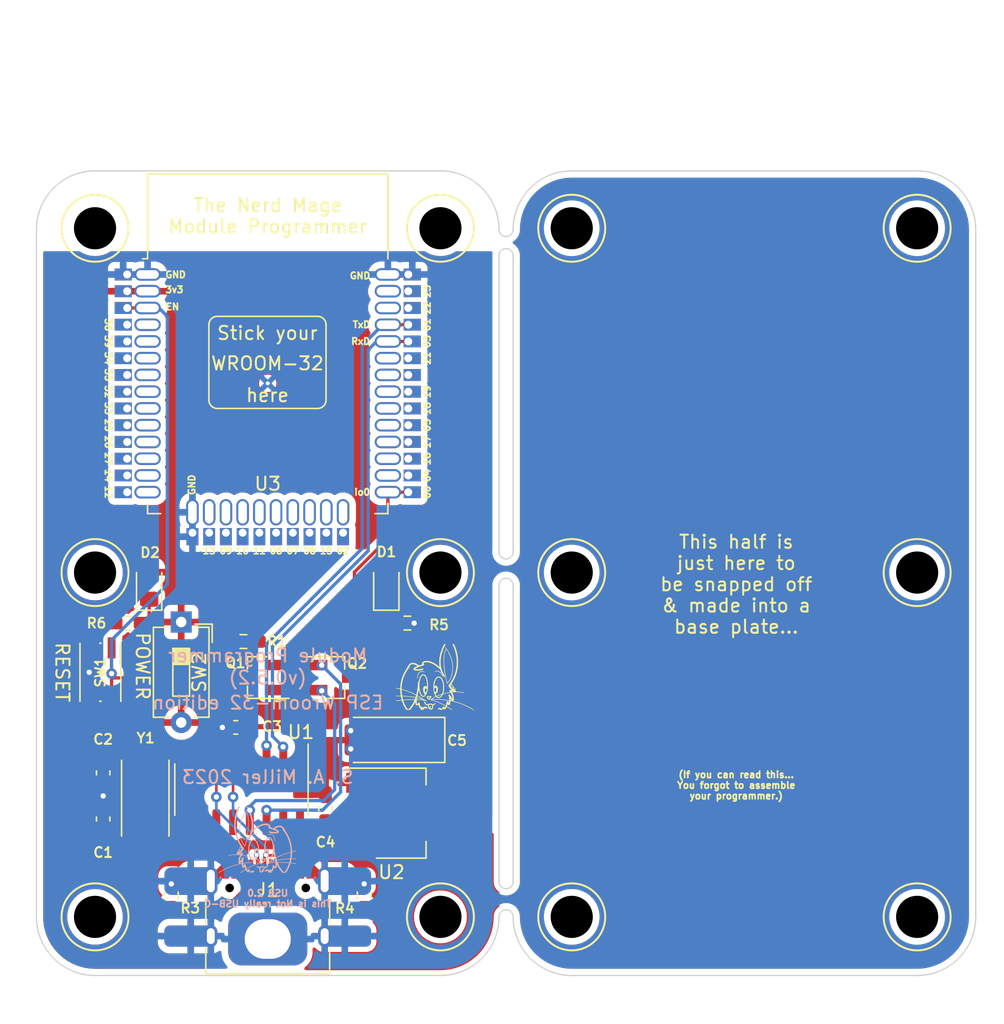
<source format=kicad_pcb>
(kicad_pcb (version 20211014) (generator pcbnew)
  (layers (0 "F.Cu" signal) (31 "B.Cu" signal) (34 "B.Paste" user) (35 "F.Paste" user) (36 "B.SilkS" user "B.Silkscreen") (37 "F.SilkS" user "F.Silkscreen") (38 "B.Mask" user) (39 "F.Mask" user) (44 "Edge.Cuts" user))
  (net 0 "")
  (net 1 "GND")
  (net 2 "Net-(C1-Pad1)")
  (net 3 "Net-(C2-Pad1)")
  (net 4 "RxD")
  (net 5 "TxD")
  (net 6 "RST")
  (net 7 "io0")
  (net 8 "DCD")
  (net 9 "RI")
  (net 10 "DSR")
  (net 11 "CTS")
  (net 12 "DTR")
  (net 13 "RTS")
  (net 14 "Vcc")
  (net 15 "UD+")
  (net 16 "UD-")
  (net 17 "+3.3V")
  (net 20 "Vsw")
  (net 23 "CC1")
  (net 24 "CC2")
  (net 25 "Net-(D1-Pad1)")
  (net 26 "Net-(D2-Pad1)")
  (footprint "Tinker:Mount" (layer "F.Cu") (at 163.108 67.919546)
    (fp_text reference "REF**" hide)
    (fp_text value "Mount" hide)
    (pad "" np_thru_hole circle (at 0 0) (size 3.2 3.2) (drill 3.2) (layers *.Mask))
  )
  (footprint "Tinker:C_0603_1608Metric_Pad1.08x0.95mm_HandSolder" (layer "F.Cu") (at 137.51 109.217455 -90)
    (fp_text reference "C2" (at -2.54 0) (layer "F.SilkS") (effects (font (size 0.75 0.75))))
    (fp_text value "20p")
    (pad "1" smd roundrect (at -1.0625 0 270) (size 1.275 0.95) (layers "F.Cu" "F.Paste" "F.Mask") (net 3 "Net-(C2-Pad1)"))
    (pad "2" smd roundrect (at 1.0625 0 270) (size 1.275 0.95) (layers "F.Cu" "F.Paste" "F.Mask") (net 1 "GND"))
  )
  (footprint "Capacitor_Tantalum_SMD:CP_EIA-6032-28_Kemet-C_Pad2.25x2.35mm_HandSolder" (layer "F.Cu") (at 159.505545 106.722019 180)
    (fp_text reference "C5" (at -4.857981 -0.04394) (layer "F.SilkS") (effects (font (size 0.75 0.75))))
    (fp_text value "22uf")
    (pad "1" smd roundrect (at -2.55 0 180) (size 2.25 2.35) (layers "F.Cu" "F.Paste" "F.Mask") (roundrect_rratio 0.1111111111) (net 17 "+3.3V"))
    (pad "2" smd roundrect (at 2.55 0 180) (size 2.25 2.35) (layers "F.Cu" "F.Paste" "F.Mask") (roundrect_rratio 0.1111111111) (net 1 "GND"))
  )
  (footprint "Tinker:Mount" (layer "F.Cu") (at 136.892 120.139455)
    (fp_text reference "REF**" hide)
    (fp_text value "Mount" hide)
    (pad "" np_thru_hole circle (at 0 0) (size 3.2 3.2) (drill 3.2) (layers *.Mask))
  )
  (footprint "Tinker:USB_C_Receptacle_HRO_TYPE-C-31-M-12" (layer "F.Cu") (at 150 120.547455)
    (fp_text reference "J1" (at 0 -2.44) (layer "F.SilkS"))
    (fp_text value "USB_C_Receptacle_USB2.0")
    (pad "" np_thru_hole circle (at -2.89 -2.6) (size 0.65 0.65) (drill 0.65) (layers *.Mask))
    (pad "" np_thru_hole circle (at 2.89 -2.6) (size 0.65 0.65) (drill 0.65) (layers *.Mask))
    (pad "A1" smd rect (at -3.25 -4.045) (size 0.6 1.45) (layers "F.Cu" "F.Paste" "F.Mask") (net 1 "GND"))
    (pad "A4" smd rect (at -2.45 -4.045) (size 0.6 1.45) (layers "F.Cu" "F.Paste" "F.Mask") (net 14 "Vcc"))
    (pad "A5" smd rect (at -1.25 -4.045) (size 0.3 1.45) (layers "F.Cu" "F.Paste" "F.Mask") (net 23 "CC1"))
    (pad "A6" smd rect (at -0.25 -4.045) (size 0.3 1.45) (layers "F.Cu" "F.Paste" "F.Mask") (net 15 "UD+"))
    (pad "A7" smd rect (at 0.25 -4.045) (size 0.3 1.45) (layers "F.Cu" "F.Paste" "F.Mask") (net 16 "UD-"))
    (pad "A8" smd rect (at 1.25 -4.045) (size 0.3 1.45) (layers "F.Cu" "F.Paste" "F.Mask"))
    (pad "A9" smd rect (at 2.45 -4.045) (size 0.6 1.45) (layers "F.Cu" "F.Paste" "F.Mask") (net 14 "Vcc"))
    (pad "A12" smd rect (at 3.25 -4.045) (size 0.6 1.45) (layers "F.Cu" "F.Paste" "F.Mask") (net 1 "GND"))
    (pad "B1" smd rect (at 3.25 -4.045) (size 0.6 1.45) (layers "F.Cu" "F.Paste" "F.Mask") (net 1 "GND"))
    (pad "B4" smd rect (at 2.45 -4.045) (size 0.6 1.45) (layers "F.Cu" "F.Paste" "F.Mask") (net 14 "Vcc"))
    (pad "B5" smd rect (at 1.75 -4.045) (size 0.3 1.45) (layers "F.Cu" "F.Paste" "F.Mask") (net 24 "CC2"))
    (pad "B6" smd rect (at 0.75 -4.045) (size 0.3 1.45) (layers "F.Cu" "F.Paste" "F.Mask") (net 15 "UD+"))
    (pad "B7" smd rect (at -0.75 -4.045) (size 0.3 1.45) (layers "F.Cu" "F.Paste" "F.Mask") (net 16 "UD-"))
    (pad "B8" smd rect (at -1.75 -4.045) (size 0.3 1.45) (layers "F.Cu" "F.Paste" "F.Mask"))
    (pad "B9" smd rect (at -2.45 -4.045) (size 0.6 1.45) (layers "F.Cu" "F.Paste" "F.Mask") (net 14 "Vcc"))
    (pad "B12" smd rect (at -3.25 -4.045) (size 0.6 1.45) (layers "F.Cu" "F.Paste" "F.Mask") (net 1 "GND"))
    (pad "S1" smd roundrect (at -5.846965 -3.118205) (size 4 2.1) (layers "B.Cu" "B.Paste" "B.Mask") (net 1 "GND"))
    (pad "S1" thru_hole oval (at 4.32 -3.13) (size 1 2.1) (drill oval 0.6 1.7) (layers *.Cu *.Mask) (net 1 "GND"))
    (pad "S1" smd roundrect (at 5.096965 -3.118205) (size 2.5 2.1) (layers "F.Cu" "F.Paste" "F.Mask") (net 1 "GND"))
    (pad "S1" smd roundrect (at -5.846965 1.05) (size 4 1.6) (layers "F.Cu" "F.Paste" "F.Mask") (net 1 "GND"))
    (pad "S1" smd roundrect (at -5.846965 1.05) (size 4 1.6) (layers "B.Cu" "B.Paste" "B.Mask") (net 1 "GND"))
    (pad "S1" thru_hole oval (at 4.32 1.05) (size 1 1.6) (drill oval 0.6 1.2) (layers *.Cu *.Mask) (net 1 "GND"))
    (pad "S1" thru_hole oval (at -4.32 1.05) (size 1 1.6) (drill oval 0.6 1.2) (layers *.Cu *.Mask) (net 1 "GND"))
    (pad "S1" thru_hole oval (at -4.32 -3.13) (size 1 2.1) (drill oval 0.6 1.7) (layers *.Cu *.Mask) (net 1 "GND"))
    (pad "S1" smd roundrect (at 5.846965 1.05) (size 4 1.6) (layers "B.Cu" "B.Paste" "B.Mask") (net 1 "GND"))
    (pad "S1" smd roundrect (at 5.846965 1.05) (size 4 1.6) (layers "F.Cu" "F.Paste" "F.Mask") (net 1 "GND"))
    (pad "S1" thru_hole roundrect (at 0 1.27 180) (size 6 4) (drill oval 3.5 3) (layers *.Cu *.Mask) (net 1 "GND"))
    (pad "S1" smd roundrect (at 5.846965 -3.118205) (size 4 2.1) (layers "B.Cu" "B.Paste" "B.Mask") (net 1 "GND"))
    (pad "S1" smd roundrect (at -5.096965 -3.118205) (size 2.5 2.1) (layers "F.Cu" "F.Paste" "F.Mask") (net 1 "GND"))
  )
  (footprint "Tinker:Mount" (layer "F.Cu") (at 199.288 94.029455)
    (fp_text reference "REF**" hide)
    (fp_text value "Mount" hide)
    (pad "" np_thru_hole circle (at 0 0) (size 3.2 3.2) (drill 3.2) (layers *.Mask))
  )
  (footprint "Tinker:Mount" (layer "F.Cu") (at 163.108 120.139455)
    (fp_text reference "REF**" hide)
    (fp_text value "Mount" hide)
    (pad "" np_thru_hole circle (at 0 0) (size 3.2 3.2) (drill 3.2) (layers *.Mask))
  )
  (footprint "Crystal:Crystal_SMD_5032-2Pin_5.0x3.2mm" (layer "F.Cu") (at 140.706663 110.967455 90)
    (fp_text reference "Y1" (at 4.39 0.031943) (layer "F.SilkS") (effects (font (size 0.75 0.75))))
    (fp_text value "12M")
    (pad "1" smd rect (at -2.35 0 90) (size 3 2.4) (layers "F.Cu" "F.Paste" "F.Mask") (net 2 "Net-(C1-Pad1)"))
    (pad "2" smd rect (at 2.35 0 90) (size 3 2.4) (layers "F.Cu" "F.Paste" "F.Mask") (net 3 "Net-(C2-Pad1)"))
  )
  (footprint "Tinker:Mount" (layer "F.Cu") (at 173.072 120.139455)
    (fp_text reference "REF**" hide)
    (fp_text value "Mount" hide)
    (pad "" np_thru_hole circle (at 0 0) (size 3.2 3.2) (drill 3.2) (layers *.Mask))
  )
  (footprint "Package_TO_SOT_SMD:SOT-23_Handsoldering" (layer "F.Cu") (at 149.221453 101.990491 180)
    (fp_text reference "Q1" (at 1.674448 1.113434) (layer "F.SilkS") (effects (font (size 0.75 0.75))))
    (fp_text value "MMBT3904")
    (pad "1" smd rect (at -1.5 -0.95 180) (size 1.9 0.8) (layers "F.Cu" "F.Paste" "F.Mask") (net 12 "DTR"))
    (pad "2" smd rect (at -1.5 0.95 180) (size 1.9 0.8) (layers "F.Cu" "F.Paste" "F.Mask") (net 13 "RTS"))
    (pad "3" smd rect (at 1.5 0 180) (size 1.9 0.8) (layers "F.Cu" "F.Paste" "F.Mask") (net 6 "RST"))
  )
  (footprint "Tinker:R_0603_1608Metric_Pad0.98x0.95mm_HandSolder" (layer "F.Cu") (at 142.68 118.507455 90)
    (fp_text reference "R3" (at -0.9668 1.439812) (layer "F.SilkS") (effects (font (size 0.75 0.75))))
    (fp_text value "5k1")
    (pad "1" smd roundrect (at -1.0625 0 90) (size 1.275 0.95) (layers "F.Cu" "F.Paste" "F.Mask") (net 23 "CC1"))
    (pad "2" smd roundrect (at 1.0625 0 90) (size 1.275 0.95) (layers "F.Cu" "F.Paste" "F.Mask") (net 1 "GND"))
  )
  (footprint "Tinker:R_0603_1608Metric_Pad0.98x0.95mm_HandSolder" (layer "F.Cu") (at 157.32 118.507455 90)
    (fp_text reference "R4" (at -0.979818 -1.470937) (layer "F.SilkS") (effects (font (size 0.75 0.75))))
    (fp_text value "5k1")
    (pad "1" smd roundrect (at -1.0625 0 90) (size 1.275 0.95) (layers "F.Cu" "F.Paste" "F.Mask") (net 24 "CC2"))
    (pad "2" smd roundrect (at 1.0625 0 90) (size 1.275 0.95) (layers "F.Cu" "F.Paste" "F.Mask") (net 1 "GND"))
  )
  (footprint "Tinker:Mount" (layer "F.Cu") (at 136.892 94.029455)
    (fp_text reference "REF**" hide)
    (fp_text value "Mount" hide)
    (pad "" np_thru_hole circle (at 0 0) (size 3.2 3.2) (drill 3.2) (layers *.Mask))
  )
  (footprint "Tinker:SW_DIP_SPSTx01_Slide_6.7x4.1mm_W7.62mm_P2.54mm_LowProfile" (layer "F.Cu") (at 143.433 101.590491 -90)
    (fp_text reference "SW2" (at 0.009624 -1.373823 90) (layer "F.SilkS"))
    (fp_text value "SW_DIP_x01")
    (pad "1" thru_hole rect (at -3.81 0 270) (size 1.6 1.6) (drill 0.8) (layers *.Cu *.Mask) (net 20 "Vsw"))
    (pad "2" thru_hole oval (at 3.81 0 270) (size 1.6 1.6) (drill 0.8) (layers *.Cu *.Mask) (net 17 "+3.3V"))
  )
  (footprint "Tinker:C_0603_1608Metric_Pad1.08x0.95mm_HandSolder" (layer "F.Cu") (at 154.387518 111.930933 90)
    (fp_text reference "C4" (at -2.54 0) (layer "F.SilkS") (effects (font (size 0.75 0.75))))
    (fp_text value "100nf")
    (pad "1" smd roundrect (at -1.0625 0 90) (size 1.275 0.95) (layers "F.Cu" "F.Paste" "F.Mask") (net 14 "Vcc"))
    (pad "2" smd roundrect (at 1.0625 0 90) (size 1.275 0.95) (layers "F.Cu" "F.Paste" "F.Mask") (net 1 "GND"))
  )
  (footprint "Package_SO:SOIC-16_3.9x9.9mm_P1.27mm" (layer "F.Cu") (at 148.005 110.487455 -90)
    (fp_text reference "U1" (at -4.358951 -4.515147) (layer "F.SilkS"))
    (fp_text value "CH340G")
    (pad "1" smd roundrect (at -2.475 -4.445 270) (size 1.95 0.6) (layers "F.Cu" "F.Paste" "F.Mask") (net 1 "GND"))
    (pad "2" smd roundrect (at -2.475 -3.175 270) (size 1.95 0.6) (layers "F.Cu" "F.Paste" "F.Mask") (net 4 "RxD"))
    (pad "3" smd roundrect (at -2.475 -1.905 270) (size 1.95 0.6) (layers "F.Cu" "F.Paste" "F.Mask") (net 5 "TxD"))
    (pad "4" smd roundrect (at -2.475 -0.635 270) (size 1.95 0.6) (layers "F.Cu" "F.Paste" "F.Mask") (net 17 "+3.3V"))
    (pad "5" smd roundrect (at -2.475 0.635 270) (size 1.95 0.6) (layers "F.Cu" "F.Paste" "F.Mask") (net 15 "UD+"))
    (pad "6" smd roundrect (at -2.475 1.905 270) (size 1.95 0.6) (layers "F.Cu" "F.Paste" "F.Mask") (net 16 "UD-"))
    (pad "7" smd roundrect (at -2.475 3.175 270) (size 1.95 0.6) (layers "F.Cu" "F.Paste" "F.Mask") (net 2 "Net-(C1-Pad1)"))
    (pad "8" smd roundrect (at -2.475 4.445 270) (size 1.95 0.6) (layers "F.Cu" "F.Paste" "F.Mask") (net 3 "Net-(C2-Pad1)"))
    (pad "9" smd roundrect (at 2.475 4.445 270) (size 1.95 0.6) (layers "F.Cu" "F.Paste" "F.Mask") (net 11 "CTS"))
    (pad "10" smd roundrect (at 2.475 3.175 270) (size 1.95 0.6) (layers "F.Cu" "F.Paste" "F.Mask") (net 10 "DSR"))
    (pad "11" smd roundrect (at 2.475 1.905 270) (size 1.95 0.6) (layers "F.Cu" "F.Paste" "F.Mask") (net 9 "RI"))
    (pad "12" smd roundrect (at 2.475 0.635 270) (size 1.95 0.6) (layers "F.Cu" "F.Paste" "F.Mask") (net 8 "DCD"))
    (pad "13" smd roundrect (at 2.475 -0.635 270) (size 1.95 0.6) (layers "F.Cu" "F.Paste" "F.Mask") (net 12 "DTR"))
    (pad "14" smd roundrect (at 2.475 -1.905 270) (size 1.95 0.6) (layers "F.Cu" "F.Paste" "F.Mask") (net 13 "RTS"))
    (pad "15" smd roundrect (at 2.475 -3.175 270) (size 1.95 0.6) (layers "F.Cu" "F.Paste" "F.Mask"))
    (pad "16" smd roundrect (at 2.475 -4.445 270) (size 1.95 0.6) (layers "F.Cu" "F.Paste" "F.Mask") (net 14 "Vcc"))
  )
  (footprint "Tinker:R_0603_1608Metric_Pad0.98x0.95mm_HandSolder" (layer "F.Cu") (at 160.6 97.862287)
    (fp_text reference "R5" (at 2.4 0.134539 180) (layer "F.SilkS") (effects (font (size 0.75 0.75))))
    (fp_text value "2K2")
    (pad "1" smd roundrect (at -1.0625 0) (size 1.275 0.95) (layers "F.Cu" "F.Paste" "F.Mask") (net 25 "Net-(D1-Pad1)"))
    (pad "2" smd roundrect (at 1.0625 0) (size 1.275 0.95) (layers "F.Cu" "F.Paste" "F.Mask") (net 1 "GND"))
  )
  (footprint "Rabbit:rabbit" (layer "F.Cu") (at 163.073996 101.952784)
    (fp_text reference "G***" hide)
    (fp_text value "LOGO" hide)
  )
  (footprint "Tinker:Mount" (layer "F.Cu") (at 173.072 67.919546)
    (fp_text reference "REF**" hide)
    (fp_text value "Mount" hide)
    (pad "" np_thru_hole circle (at 0 0) (size 3.2 3.2) (drill 3.2) (layers *.Mask))
  )
  (footprint "Tinker:Mount" (layer "F.Cu") (at 173.072 94.029455)
    (fp_text reference "REF**" hide)
    (fp_text value "Mount" hide)
    (pad "" np_thru_hole circle (at 0 0) (size 3.2 3.2) (drill 3.2) (layers *.Mask))
  )
  (footprint "Tinker:SW_Push_TS273014TP" (layer "F.Cu") (at 137.3 101.590491 -90)
    (fp_text reference "SW1" (at 0 0 90) (layer "F.SilkS") (effects (font (size 0.75 0.75))))
    (fp_text value "SW_Push")
    (pad "1" smd rect (at -1.85 -0.85 270) (size 1.6 0.6) (layers "F.Cu" "F.Paste" "F.Mask") (net 6 "RST"))
    (pad "1" smd rect (at 1.85 -0.85 270) (size 1.6 0.6) (layers "F.Cu" "F.Paste" "F.Mask") (net 6 "RST"))
    (pad "2" smd rect (at -1.85 0.85 270) (size 1.6 0.6) (layers "F.Cu" "F.Paste" "F.Mask") (net 1 "GND"))
    (pad "2" smd rect (at 1.85 0.85 270) (size 1.6 0.6) (layers "F.Cu" "F.Paste" "F.Mask") (net 1 "GND"))
  )
  (footprint "Tinker:Mount" (layer "F.Cu") (at 136.892 67.919546)
    (fp_text reference "REF**" hide)
    (fp_text value "Mount" hide)
    (pad "" np_thru_hole circle (at 0 0) (size 3.2 3.2) (drill 3.2) (layers *.Mask))
  )
  (footprint "Package_TO_SOT_SMD:SOT-23_Handsoldering" (layer "F.Cu") (at 155.08 101.994172)
    (fp_text reference "Q2" (at 1.710332 -1.073861) (layer "F.SilkS") (effects (font (size 0.75 0.75))))
    (fp_text value "MMBT3904")
    (pad "1" smd rect (at -1.5 -0.95) (size 1.9 0.8) (layers "F.Cu" "F.Paste" "F.Mask") (net 13 "RTS"))
    (pad "2" smd rect (at -1.5 0.95) (size 1.9 0.8) (layers "F.Cu" "F.Paste" "F.Mask") (net 12 "DTR"))
    (pad "3" smd rect (at 1.5 0) (size 1.9 0.8) (layers "F.Cu" "F.Paste" "F.Mask") (net 7 "io0"))
  )
  (footprint "Tinker:R_0603_1608Metric_Pad0.98x0.95mm_HandSolder" (layer "F.Cu") (at 139.4 97.862287 180)
    (fp_text reference "R6" (at 2.4 -0.00632 180) (layer "F.SilkS") (effects (font (size 0.75 0.75))))
    (fp_text value "2K2")
    (pad "1" smd roundrect (at -1.0625 0 180) (size 1.275 0.95) (layers "F.Cu" "F.Paste" "F.Mask") (net 26 "Net-(D2-Pad1)"))
    (pad "2" smd roundrect (at 1.0625 0 180) (size 1.275 0.95) (layers "F.Cu" "F.Paste" "F.Mask") (net 1 "GND"))
  )
  (footprint "Tinker:Mount" (layer "F.Cu") (at 199.288 67.919546)
    (fp_text reference "REF**" hide)
    (fp_text value "Mount" hide)
    (pad "" np_thru_hole circle (at 0 0) (size 3.2 3.2) (drill 3.2) (layers *.Mask))
  )
  (footprint "LED_SMD:LED_0805_2012Metric_Pad1.15x1.40mm_HandSolder" (layer "F.Cu") (at 159 95.025 90)
    (fp_text reference "D1" (at 2.560701 0.00966) (layer "F.SilkS") (effects (font (size 0.75 0.75))))
    (fp_text value "LED")
    (pad "1" smd roundrect (at -1.025 0 90) (size 1.15 1.4) (layers "F.Cu" "F.Paste" "F.Mask") (roundrect_rratio 0.2173913043) (net 25 "Net-(D1-Pad1)"))
    (pad "2" smd roundrect (at 1.025 0 90) (size 1.15 1.4) (layers "F.Cu" "F.Paste" "F.Mask") (roundrect_rratio 0.2173913043) (net 17 "+3.3V"))
  )
  (footprint "Tinker:C_0603_1608Metric_Pad1.08x0.95mm_HandSolder" (layer "F.Cu") (at 137.51 112.717455 90)
    (fp_text reference "C1" (at -2.54 0) (layer "F.SilkS") (effects (font (size 0.75 0.75))))
    (fp_text value "20p")
    (pad "1" smd roundrect (at -1.0625 0 90) (size 1.275 0.95) (layers "F.Cu" "F.Paste" "F.Mask") (net 2 "Net-(C1-Pad1)"))
    (pad "2" smd roundrect (at 1.0625 0 90) (size 1.275 0.95) (layers "F.Cu" "F.Paste" "F.Mask") (net 1 "GND"))
  )
  (footprint "LED_SMD:LED_0805_2012Metric_Pad1.15x1.40mm_HandSolder" (layer "F.Cu") (at 141 95.025 90)
    (fp_text reference "D2" (at 2.511709 0.071764 180) (layer "F.SilkS") (effects (font (size 0.75 0.75))))
    (fp_text value "LED")
    (pad "1" smd roundrect (at -1.025 0 90) (size 1.15 1.4) (layers "F.Cu" "F.Paste" "F.Mask") (roundrect_rratio 0.2173913043) (net 26 "Net-(D2-Pad1)"))
    (pad "2" smd roundrect (at 1.025 0 90) (size 1.15 1.4) (layers "F.Cu" "F.Paste" "F.Mask") (roundrect_rratio 0.2173913043) (net 20 "Vsw"))
  )
  (footprint "Tinker:Mount" (layer "F.Cu") (at 199.288 120.139455)
    (fp_text reference "REF**" hide)
    (fp_text value "Mount" hide)
    (pad "" np_thru_hole circle (at 0 0) (size 3.2 3.2) (drill 3.2) (layers *.Mask))
  )
  (footprint "Package_TO_SOT_SMD:SOT-223-3_TabPin2" (layer "F.Cu") (at 160.105545 112.273364)
    (fp_text reference "U2" (at -0.711477 4.476729) (layer "F.SilkS"))
    (fp_text value "AMS1117-3.3")
    (pad "1" smd rect (at -3.15 -2.3) (size 2 1.5) (layers "F.Cu" "F.Paste" "F.Mask") (net 1 "GND"))
    (pad "2" smd rect (at -3.15 0) (size 2 1.5) (layers "F.Cu" "F.Paste" "F.Mask") (net 17 "+3.3V"))
    (pad "2" smd rect (at 3.15 0) (size 2 3.8) (layers "F.Cu" "F.Paste" "F.Mask") (net 17 "+3.3V"))
    (pad "3" smd rect (at -3.15 2.3) (size 2 1.5) (layers "F.Cu" "F.Paste" "F.Mask") (net 14 "Vcc"))
  )
  (footprint "Tinker:C_0603_1608Metric_Pad1.08x0.95mm_HandSolder" (layer "F.Cu") (at 147.57359 105.77372 180)
    (fp_text reference "C3" (at -2.75772 0.06892) (layer "F.SilkS") (effects (font (size 0.75 0.75))))
    (fp_text value "10nf")
    (pad "1" smd roundrect (at -1.0625 0 180) (size 1.275 0.95) (layers "F.Cu" "F.Paste" "F.Mask") (net 17 "+3.3V"))
    (pad "2" smd roundrect (at 1.0625 0 180) (size 1.275 0.95) (layers "F.Cu" "F.Paste" "F.Mask") (net 1 "GND"))
  )
  (footprint "Tinker:ESP32-WROOM-32 (FlexyPin)" (layer "F.Cu") (at 150 79.68)
    (fp_text reference "U3" (at 0 7.62) (layer "F.SilkS"))
    (fp_text value "ESP32-WROOM-32")
    (fp_text user "14" (at -12.1 6.985 270 unlocked) (layer "F.SilkS") (effects (font (size 0.5 0.5) (thickness 0.125))))
    (fp_text user "EN" (at -7.793853 -5.805602) (layer "F.SilkS") (effects (font (size 0.5 0.5) (thickness 0.125)) (justify left)))
    (fp_text user "33" (at -12.1 1.905 270 unlocked) (layer "F.SilkS") (effects (font (size 0.5 0.5) (thickness 0.125))))
    (fp_text user "01" (at 12.1 -4.445 90 unlocked) (layer "F.SilkS") (effects (font (size 0.5 0.5) (thickness 0.125))))
    (fp_text user "04" (at 12.1 6.985 90 unlocked) (layer "F.SilkS") (effects (font (size 0.5 0.5) (thickness 0.125))))
    (fp_text user "36" (at -12.1 -4.445 270 unlocked) (layer "F.SilkS") (effects (font (size 0.5 0.5) (thickness 0.125))))
    (fp_text user "19" (at 12.1 0.635 90 unlocked) (layer "F.SilkS") (effects (font (size 0.5 0.5) (thickness 0.125))))
    (fp_text user "27" (at -12.1 5.715 270 unlocked) (layer "F.SilkS") (effects (font (size 0.5 0.5) (thickness 0.125))))
    (fp_text user "21" (at 12.1 -1.905 90 unlocked) (layer "F.SilkS") (effects (font (size 0.5 0.5) (thickness 0.125))))
    (fp_text user "39" (at -12.1 -3.175 270 unlocked) (layer "F.SilkS") (effects (font (size 0.5 0.5) (thickness 0.125))))
    (fp_text user "17" (at 12.1 4.445 90 unlocked) (layer "F.SilkS") (effects (font (size 0.5 0.5) (thickness 0.125))))
    (fp_text user "here" (at -0.020096 0.905001 unlocked) (layer "F.SilkS"))
    (fp_text user "03" (at 12.1 -3.175 90 unlocked) (layer "F.SilkS") (effects (font (size 0.5 0.5) (thickness 0.125))))
    (fp_text user "WROOM-32" (at -0.020096 -1.507597 unlocked) (layer "F.SilkS"))
    (fp_text user "15" (at 4.445 12.7 unlocked) (layer "F.SilkS") (effects (font (size 0.5 0.5) (thickness 0.125))))
    (fp_text user "3v3" (at -7.834362 -7.101881) (layer "F.SilkS") (effects (font (size 0.5 0.5) (thickness 0.125)) (justify left)))
    (fp_text user "34" (at -12.1 -1.905 270 unlocked) (layer "F.SilkS") (effects (font (size 0.5 0.5) (thickness 0.125))))
    (fp_text user "26" (at -12.1 4.445 270 unlocked) (layer "F.SilkS") (effects (font (size 0.5 0.5) (thickness 0.125))))
    (fp_text user "11" (at -0.635 12.7 unlocked) (layer "F.SilkS") (effects (font (size 0.5 0.5) (thickness 0.125))))
    (fp_text user "32" (at -12.1 0.635 270 unlocked) (layer "F.SilkS") (effects (font (size 0.5 0.5) (thickness 0.125))))
    (fp_text user "35" (at -12.1 -0.635 270 unlocked) (layer "F.SilkS") (effects (font (size 0.5 0.5) (thickness 0.125))))
    (fp_text user "io0" (at 7.834362 8.255 180) (layer "F.SilkS") (effects (font (size 0.5 0.5) (thickness 0.125)) (justify right)))
    (fp_text user "08" (at 3.175 12.7 unlocked) (layer "F.SilkS") (effects (font (size 0.5 0.5) (thickness 0.125))))
    (fp_text user "06" (at 0.635 12.7 unlocked) (layer "F.SilkS") (effects (font (size 0.5 0.5) (thickness 0.125))))
    (fp_text user "00" (at 12.1 8.255 90 unlocked) (layer "F.SilkS") (effects (font (size 0.5 0.5) (thickness 0.125))))
    (fp_text user "09" (at -3.175 12.7 unlocked) (layer "F.SilkS") (effects (font (size 0.5 0.5) (thickness 0.125))))
    (fp_text user "13" (at -4.445 12.7 unlocked) (layer "F.SilkS") (effects (font (size 0.5 0.5) (thickness 0.125))))
    (fp_text user "22" (at 12.1 -5.715 90 unlocked) (layer "F.SilkS") (effects (font (size 0.5 0.5) (thickness 0.125))))
    (fp_text user "GND" (at -7.834362 -8.236124) (layer "F.SilkS") (effects (font (size 0.5 0.5) (thickness 0.125)) (justify left)))
    (fp_text user "TxD" (at 7.834362 -4.450617) (layer "F.SilkS") (effects (font (size 0.5 0.5) (thickness 0.125)) (justify right)))
    (fp_text user "10" (at -1.905 12.7 unlocked) (layer "F.SilkS") (effects (font (size 0.5 0.5) (thickness 0.125))))
    (fp_text user "18" (at 12.1 1.905 90 unlocked) (layer "F.SilkS") (effects (font (size 0.5 0.5) (thickness 0.125))))
    (fp_text user "Stick your" (at -0.020096 -3.81 unlocked) (layer "F.SilkS"))
    (fp_text user "23" (at 12.1 -6.985 90 unlocked) (layer "F.SilkS") (effects (font (size 0.5 0.5) (thickness 0.125))))
    (fp_text user "07" (at 1.905 12.7 unlocked) (layer "F.SilkS") (effects (font (size 0.5 0.5) (thickness 0.125))))
    (fp_text user "GND" (at -5.758591 8.537446 90) (layer "F.SilkS") (effects (font (size 0.5 0.5) (thickness 0.125)) (justify left)))
    (fp_text user "16" (at 12.1 5.715 90 unlocked) (layer "F.SilkS") (effects (font (size 0.5 0.5) (thickness 0.125))))
    (fp_text user "02" (at 5.715 12.7 unlocked) (layer "F.SilkS") (effects (font (size 0.5 0.5) (thickness 0.125))))
    (fp_text user "25" (at -12.1 3.175 270 unlocked) (layer "F.SilkS") (effects (font (size 0.5 0.5) (thickness 0.125))))
    (fp_text user "GND" (at 7.847797 -8.159455) (layer "F.SilkS") (effects (font (size 0.5 0.5) (thickness 0.125)) (justify right)))
    (fp_text user "RxD" (at 7.834362 -3.180617) (layer "F.SilkS") (effects (font (size 0.5 0.5) (thickness 0.125)) (justify right)))
    (fp_text user "12" (at -12.1 8.255 270 unlocked) (layer "F.SilkS") (effects (font (size 0.5 0.5) (thickness 0.125))))
    (fp_text user "05" (at 12.1 3.175 90 unlocked) (layer "F.SilkS") (effects (font (size 0.5 0.5) (thickness 0.125))))
    (pad "" thru_hole oval (at 3.175 9.78 90) (size 2 0.95) (drill oval 1.7 0.65) (layers *.Cu *.Mask))
    (pad "" thru_hole oval (at 9.12 1.905 180) (size 2 0.95) (drill oval 1.7 0.65) (layers *.Cu *.Mask))
    (pad "" thru_hole oval (at 9.12 0.635 180) (size 2 0.95) (drill oval 1.7 0.65) (layers *.Cu *.Mask))
    (pad "" thru_hole oval (at 5.715 9.78 90) (size 2 0.95) (drill oval 1.7 0.65) (layers *.Cu *.Mask))
    (pad "" thru_hole oval (at 9.12 -1.905 180) (size 2 0.95) (drill oval 1.7 0.65) (layers *.Cu *.Mask))
    (pad "" thru_hole oval (at 9.12 -0.635 180) (size 2 0.95) (drill oval 1.7 0.65) (layers *.Cu *.Mask))
    (pad "" thru_hole oval (at 9.12 -5.715 180) (size 2 0.95) (drill oval 1.7 0.65) (layers *.Cu *.Mask))
    (pad "" thru_hole oval (at -0.635 9.78 90) (size 2 0.95) (drill oval 1.7 0.65) (layers *.Cu *.Mask))
    (pad "" thru_hole oval (at -3.175 9.78 90) (size 2 0.95) (drill oval 1.7 0.65) (layers *.Cu *.Mask))
    (pad "" thru_hole oval (at 4.445 9.78 90) (size 2 0.95) (drill oval 1.7 0.65) (layers *.Cu *.Mask))
    (pad "" thru_hole oval (at -9.12 3.175) (size 2 0.95) (drill oval 1.7 0.65) (layers *.Cu *.Mask))
    (pad "" thru_hole oval (at 1.905 9.78 90) (size 2 0.95) (drill oval 1.7 0.65) (layers *.Cu *.Mask))
    (pad "" thru_hole oval (at -1.905 9.78 90) (size 2 0.95) (drill oval 1.7 0.65) (layers *.Cu *.Mask))
    (pad "" thru_hole oval (at 9.12 3.175 180) (size 2 0.95) (drill oval 1.7 0.65) (layers *.Cu *.Mask))
    (pad "" thru_hole oval (at -9.12 -1.905) (size 2 0.95) (drill oval 1.7 0.65) (layers *.Cu *.Mask))
    (pad "" thru_hole oval (at 9.12 -6.985 180) (size 2 0.95) (drill oval 1.7 0.65) (layers *.Cu *.Mask))
    (pad "" thru_hole oval (at 9.12 4.445 180) (size 2 0.95) (drill oval 1.7 0.65) (layers *.Cu *.Mask))
    (pad "" thru_hole oval (at -4.445 9.78 90) (size 2 0.95) (drill oval 1.7 0.65) (layers *.Cu *.Mask))
    (pad "" thru_hole oval (at 9.12 6.985 180) (size 2 0.95) (drill oval 1.7 0.65) (layers *.Cu *.Mask))
    (pad "" thru_hole oval (at -9.12 8.255) (size 2 0.95) (drill oval 1.7 0.65) (layers *.Cu *.Mask))
    (pad "" thru_hole oval (at 9.12 5.715 180) (size 2 0.95) (drill oval 1.7 0.65) (layers *.Cu *.Mask))
    (pad "" thru_hole oval (at -9.12 -0.635) (size 2 0.95) (drill oval 1.7 0.65) (layers *.Cu *.Mask))
    (pad "" thru_hole oval (at -9.12 -4.445) (size 2 0.95) (drill oval 1.7 0.65) (layers *.Cu *.Mask))
    (pad "" thru_hole oval (at -9.12 4.445) (size 2 0.95) (drill oval 1.7 0.65) (layers *.Cu *.Mask))
    (pad "" thru_hole oval (at -9.12 1.905) (size 2 0.95) (drill oval 1.7 0.65) (layers *.Cu *.Mask))
    (pad "" thru_hole oval (at -9.12 5.715) (size 2 0.95) (drill oval 1.7 0.65) (layers *.Cu *.Mask))
    (pad "" thru_hole oval (at -9.12 -3.175) (size 2 0.95) (drill oval 1.7 0.65) (layers *.Cu *.Mask))
    (pad "" thru_hole oval (at -9.12 6.985) (size 2 0.95) (drill oval 1.7 0.65) (layers *.Cu *.Mask))
    (pad "" thru_hole oval (at 0.635 9.78 90) (size 2 0.95) (drill oval 1.7 0.65) (layers *.Cu *.Mask))
    (pad "" thru_hole oval (at -9.12 0.635) (size 2 0.95) (drill oval 1.7 0.65) (layers *.Cu *.Mask))
    (pad "1" thru_hole oval (at -9.12 -8.255) (size 2 0.95) (drill oval 1.7 0.65) (layers *.Cu *.Mask) (net 1 "GND"))
    (pad "1" thru_hole rect (at -10.67 -8.255) (size 1.3 0.9) (drill 0.6 (offset -0.3 0)) (layers *.Cu *.Mask) (net 1 "GND"))
    (pad "2" thru_hole oval (at -9.12 -6.985) (size 2 0.95) (drill oval 1.7 0.65) (layers *.Cu *.Mask) (net 20 "Vsw"))
    (pad "2" thru_hole rect (at -10.67 -6.985) (size 1.3 0.9) (drill 0.6 (offset -0.3 0)) (layers *.Cu *.Mask) (net 20 "Vsw"))
    (pad "3" thru_hole rect (at -10.67 -5.715) (size 1.3 0.9) (drill 0.6 (offset -0.3 0)) (layers *.Cu *.Mask) (net 6 "RST"))
    (pad "3" thru_hole oval (at -9.12 -5.715) (size 2 0.95) (drill oval 1.7 0.65) (layers *.Cu *.Mask) (net 6 "RST"))
    (pad "4" thru_hole rect (at -10.67 -4.445) (size 1.3 0.9) (drill 0.6 (offset -0.3 0)) (layers *.Cu *.Mask))
    (pad "5" thru_hole rect (at -10.67 -3.175) (size 1.3 0.9) (drill 0.6 (offset -0.3 0)) (layers *.Cu *.Mask))
    (pad "6" thru_hole rect (at -10.67 -1.905) (size 1.3 0.9) (drill 0.6 (offset -0.3 0)) (layers *.Cu *.Mask))
    (pad "7" thru_hole rect (at -10.67 -0.635) (size 1.3 0.9) (drill 0.6 (offset -0.3 0)) (layers *.Cu *.Mask))
    (pad "8" thru_hole rect (at -10.67 0.635) (size 1.3 0.9) (drill 0.6 (offset -0.3 0)) (layers *.Cu *.Mask))
    (pad "9" thru_hole rect (at -10.67 1.905) (size 1.3 0.9) (drill 0.6 (offset -0.3 0)) (layers *.Cu *.Mask))
    (pad "10" thru_hole rect (at -10.67 3.175) (size 1.3 0.9) (drill 0.6 (offset -0.3 0)) (layers *.Cu *.Mask))
    (pad "11" thru_hole rect (at -10.67 4.445) (size 1.3 0.9) (drill 0.6 (offset -0.3 0)) (layers *.Cu *.Mask))
    (pad "12" thru_hole rect (at -10.67 5.715) (size 1.3 0.9) (drill 0.6 (offset -0.3 0)) (layers *.Cu *.Mask))
    (pad "13" thru_hole rect (at -10.67 6.985) (size 1.3 0.9) (drill 0.6 (offset -0.3 0)) (layers *.Cu *.Mask))
    (pad "14" thru_hole rect (at -10.67 8.255) (size 1.3 0.9) (drill 0.6 (offset -0.3 0)) (layers *.Cu *.Mask))
    (pad "15" thru_hole oval (at -5.715 9.78 90) (size 2 0.95) (drill oval 1.7 0.65) (layers *.Cu *.Mask) (net 1 "GND"))
    (pad "15" thru_hole rect (at -5.715 11.33 90) (size 1.3 0.9) (drill 0.6 (offset -0.3 0)) (layers *.Cu *.Mask) (net 1 "GND"))
    (pad "16" thru_hole rect (at -4.445 11.33 90) (size 1.3 0.9) (drill 0.6 (offset -0.3 0)) (layers *.Cu *.Mask))
    (pad "17" thru_hole rect (at -3.175 11.33 90) (size 1.3 0.9) (drill 0.6 (offset -0.3 0)) (layers *.Cu *.Mask))
    (pad "18" thru_hole rect (at -1.905 11.33 90) (size 1.3 0.9) (drill 0.6 (offset -0.3 0)) (layers *.Cu *.Mask))
    (pad "19" thru_hole rect (at -0.635 11.33 90) (size 1.3 0.9) (drill 0.6 (offset -0.3 0)) (layers *.Cu *.Mask))
    (pad "20" thru_hole rect (at 0.635 11.33 90) (size 1.3 0.9) (drill 0.6 (offset -0.3 0)) (layers *.Cu *.Mask))
    (pad "21" thru_hole rect (at 1.905 11.33 90) (size 1.3 0.9) (drill 0.6 (offset -0.3 0)) (layers *.Cu *.Mask))
    (pad "22" thru_hole rect (at 3.175 11.33 90) (size 1.3 0.9) (drill 0.6 (offset -0.3 0)) (layers *.Cu *.Mask))
    (pad "23" thru_hole rect (at 4.445 11.33 90) (size 1.3 0.9) (drill 0.6 (offset -0.3 0)) (layers *.Cu *.Mask))
    (pad "24" thru_hole rect (at 5.715 11.33 90) (size 1.3 0.9) (drill 0.6 (offset -0.3 0)) (layers *.Cu *.Mask))
    (pad "25" thru_hole rect (at 10.67 8.255 180) (size 1.3 0.9) (drill 0.6 (offset -0.3 0)) (layers *.Cu *.Mask) (net 7 "io0"))
    (pad "25" thru_hole oval (at 9.12 8.255 180) (size 2 0.95) (drill oval 1.7 0.65) (layers *.Cu *.Mask) (net 7 "io0"))
    (pad "26" thru_hole rect (at 10.67 6.985 180) (size 1.3 0.9) (drill 0.6 (offset -0.3 0)) (layers *.Cu *.Mask))
    (pad "27" thru_hole rect (at 10.67 5.715 180) (size 1.3 0.9) (drill 0.6 (offset -0.3 0)) (layers *.Cu *.Mask))
    (pad "28" thru_hole rect (at 10.67 4.445 180) (size 1.3 0.9) (drill 0.6 (offset -0.3 0)) (layers *.Cu *.Mask))
    (pad "29" thru_hole rect (at 10.67 3.175 180) (size 1.3 0.9) (drill 0.6 (offset -0.3 0)) (layers *.Cu *.Mask))
    (pad "30" thru_hole rect (at 10.67 1.905 180) (size 1.3 0.9) (drill 0.6 (offset -0.3 0)) (layers *.Cu *.Mask))
    (pad "31" thru_hole rect (at 10.67 0.635 180) (size 1.3 0.9) (drill 0.6 (offset -0.3 0)) (layers *.Cu *.Mask))
    (pad "32" thru_hole rect (at 10.67 -0.635 180) (size 1.3 0.9) (drill 0.6 (offset -0.3 0)) (layers *.Cu *.Mask))
    (pad "33" thru_hole rect (at 10.67 -1.905 180) (size 1.3 0.9) (drill 0.6 (offset -0.3 0)) (layers *.Cu *.Mask))
    (pad "34" thru_hole oval (at 9.12 -3.175 180) (size 2 0.95) (drill oval 1.7 0.65) (layers *.Cu *.Mask) (net 4 "RxD"))
    (pad "34" thru_hole rect (at 10.67 -3.175 180) (size 1.3 0.9) (drill 0.6 (offset -0.3 0)) (layers *.Cu *.Mask) (net 4 "RxD"))
    (pad "35" thru_hole rect (at 10.67 -4.445 180) (size 1.3 0.9) (drill 0.6 (offset -0.3 0)) (layers *.Cu *.Mask) (net 5 "TxD"))
    (pad "35" thru_hole oval (at 9.12 -4.445 180) (size 2 0.95) (drill oval 1.7 0.65) (layers *.Cu *.Mask) (net 5 "TxD"))
    (pad "36" thru_hole rect (at 10.67 -5.715 180) (size 1.3 0.9) (drill 0.6 (offset -0.3 0)) (layers *.Cu *.Mask))
    (pad "37" thru_hole rect (at 10.67 -6.985 180) (size 1.3 0.9) (drill 0.6 (offset -0.3 0)) (layers *.Cu *.Mask))
    (pad "38" thru_hole rect (at 10.67 -8.255 180) (size 1.3 0.9) (drill 0.6 (offset -0.3 0)) (layers *.Cu *.Mask) (net 1 "GND"))
    (pad "38" thru_hole oval (at 9.12 -8.255 180) (size 2 0.95) (drill oval 1.7 0.65) (layers *.Cu *.Mask) (net 1 "GND"))
    (pad "39" thru_hole circle (at 0 0) (size 0.4 0.4) (drill 0.3) (layers *.Cu) (remove_unused_layers) (net 1 "GND"))
    (zone (net 0) (net_name "") (layers F&B.Cu) (name "Antenna") (connect_pads (clearance 0)) (min_thickness 0.254)
      (keepout (tracks not_allowed) (vias not_allowed) (pads not_allowed) (copperpour not_allowed) (footprints allowed))
      (fill (thermal_gap 0.508) (thermal_bridge_width 0.508))
      (polygon (pts (xy 168.073352 69.661531) (xy 131.878352 69.661531) (xy 131.878352 50.611531) (xy 168.073352 50.611531)))
    )
  )
  (footprint "Tinker:R_0603_1608Metric_Pad0.98x0.95mm_HandSolder" (layer "F.Cu") (at 148.154241 99.262498)
    (fp_text reference "R1" (at 2.545759 0.006202) (layer "F.SilkS") (effects (font (size 0.75 0.75))))
    (fp_text value "10K")
    (pad "1" smd roundrect (at -1.0625 0) (size 1.275 0.95) (layers "F.Cu" "F.Paste" "F.Mask") (net 20 "Vsw"))
    (pad "2" smd roundrect (at 1.0625 0) (size 1.275 0.95) (layers "F.Cu" "F.Paste" "F.Mask") (net 6 "RST"))
  )
  (footprint "Tinker:Mount" (layer "F.Cu") (at 163.108 94.029455)
    (fp_text reference "REF**" hide)
    (fp_text value "Mount" hide)
    (pad "" np_thru_hole circle (at 0 0) (size 3.2 3.2) (drill 3.2) (layers *.Mask))
  )
  (footprint "Rabbit:rabbit" (layer "B.Cu") (at 148.83 114.297455 180)
    (fp_text reference "G***" hide)
    (fp_text value "LOGO" hide)
  )
  (gr_line (start 163.108 63.569635) (end 136.892001 63.569636) (layer "Edge.Cuts") (width 0.1))
  (gr_arc (start 132.447 68.014637) (mid 133.748927 64.871552) (end 136.892001 63.569636) (layer "Edge.Cuts") (width 0.1))
  (gr_arc (start 203.733 120.139454) (mid 202.431112 123.282566) (end 199.288 124.584454) (layer "Edge.Cuts") (width 0.1))
  (gr_arc (start 168.627 68.014637) (mid 169.928943 64.871579) (end 173.072001 63.569636) (layer "Edge.Cuts") (width 0.1))
  (gr_arc (start 199.288 63.569635) (mid 202.431083 64.871553) (end 203.733001 68.014636) (layer "Edge.Cuts") (width 0.1))
  (gr_arc (start 173.072 124.584454) (mid 169.92892 123.282534) (end 168.627 120.139454) (layer "Edge.Cuts") (width 0.1))
  (gr_arc (start 167.553 120.139454) (mid 166.25109 123.282544) (end 163.108 124.584454) (layer "Edge.Cuts") (width 0.1))
  (gr_line (start 203.733 120.139454) (end 203.733001 68.014636) (layer "Edge.Cuts") (width 0.1))
  (gr_arc (start 168.627 92.463) (mid 168.09 93) (end 167.553 92.463) (layer "Edge.Cuts") (width 0.1))
  (gr_arc (start 167.553 95) (mid 168.09 94.463) (end 168.627 95) (layer "Edge.Cuts") (width 0.1))
  (gr_arc (start 163.108 63.569635) (mid 166.251113 64.871542) (end 167.553001 68.014636) (layer "Edge.Cuts") (width 0.1))
  (gr_arc (start 167.553 70) (mid 168.09 69.463) (end 168.627 70) (layer "Edge.Cuts") (width 0.1))
  (gr_arc (start 167.553 120.139454) (mid 168.09 119.602454) (end 168.627 120.139454) (layer "Edge.Cuts") (width 0.1))
  (gr_line (start 168.627 95) (end 168.627 117.463) (layer "Edge.Cuts") (width 0.1))
  (gr_line (start 136.892 124.584454) (end 163.108 124.584454) (layer "Edge.Cuts") (width 0.1))
  (gr_arc (start 168.627 117.463) (mid 168.09 118) (end 167.553 117.463) (layer "Edge.Cuts") (width 0.1))
  (gr_line (start 199.288 63.569635) (end 173.072001 63.569636) (layer "Edge.Cuts") (width 0.1))
  (gr_line (start 173.072 124.584454) (end 199.288 124.584454) (layer "Edge.Cuts") (width 0.1))
  (gr_arc (start 168.627 68.014637) (mid 168.09 68.551637) (end 167.553 68.014637) (layer "Edge.Cuts") (width 0.1))
  (gr_line (start 132.447 68.014637) (end 132.447 120.139454) (layer "Edge.Cuts") (width 0.1))
  (gr_line (start 167.553 92.463) (end 167.553 70) (layer "Edge.Cuts") (width 0.1))
  (gr_arc (start 136.892 124.584454) (mid 133.748911 123.282544) (end 132.447 120.139454) (layer "Edge.Cuts") (width 0.1))
  (gr_line (start 167.553 95) (end 167.553 117.463) (layer "Edge.Cuts") (width 0.1))
  (gr_line (start 168.627 70) (end 168.627 92.463) (layer "Edge.Cuts") (width 0.1))
  (gr_text "ESP Wroom-32 edition" (at 150 103.896439) (layer "B.SilkS") (effects (font (size 1 1)) (justify mirror)))
  (gr_text "Module Programmer" (at 150 100.327455) (layer "B.SilkS") (effects (font (size 1 1)) (justify mirror)))
  (gr_text "USB 2.0\nThis is Not really USB-C" (at 149.999999 118.742813) (layer "B.SilkS") (effects (font (size 0.5 0.5) (thickness 0.125)) (justify mirror)))
  (gr_text "S. A. Miller 2023" (at 150 109.541155) (layer "B.SilkS") (effects (font (size 1 1)) (justify mirror)))
  (gr_text "(v0.5.2)" (at 150 101.997455) (layer "B.SilkS") (effects (font (size 1 1)) (justify mirror)))
  (gr_text "POWER" (at 140.509453 101.121199 270) (layer "F.SilkS") (effects (font (size 1 1))))
  (gr_text "(If you can read this...\nYou forgot to assemble\nyour programmer.)" (at 185.56 110.16) (layer "F.SilkS") (effects (font (size 0.5 0.5) (thickness 0.125))))
  (gr_text "This half is\njust here to\nbe snapped off\n& made into a\nbase plate..." (at 185.56 94.92) (layer "F.SilkS") (effects (font (size 1 1))))
  (gr_text "RESET" (at 134.409789 101.590491 270) (layer "F.SilkS") (effects (font (size 1 1))))
  (gr_text "The Nerd Mage\nModule Programmer" (at 150 66.98) (layer "F.SilkS") (effects (font (size 1 1))))
  (segment (start 146.595 116.502455) (end 145.68 117.417455) (width 0.6) (layer "F.Cu") (net 1))
  (segment (start 144.285 91.01) (end 144.285 89.46) (width 0.25) (layer "F.Cu") (net 1))
  (segment (start 146.75 116.502455) (end 146.595 116.502455) (width 0.6) (layer "F.Cu") (net 1))
  (segment (start 153.25 116.502455) (end 153.405 116.502455) (width 0.6) (layer "F.Cu") (net 1))
  (segment (start 142.68 117.637455) (end 144.69483 117.637455) (width 0.25) (layer "F.Cu") (net 1))
  (segment (start 153.405 116.502455) (end 154.32 117.417455) (width 0.6) (layer "F.Cu") (net 1))
  (segment (start 136.45 98.461045) (end 136.45 99.740491) (width 0.25) (layer "F.Cu") (net 1))
  (segment (start 138.3375 97.862287) (end 137.048758 97.862287) (width 0.25) (layer "F.Cu") (net 1))
  (segment (start 136.45 99.740491) (end 136.45 103.440491) (width 0.25) (layer "F.Cu") (net 1))
  (segment (start 157.32 117.637455) (end 155.30517 117.637455) (width 0.25) (layer "F.Cu") (net 1))
  (segment (start 140.88 71.425) (end 139.33 71.425) (width 0.25) (layer "F.Cu") (net 1))
  (segment (start 144.69483 117.637455) (end 144.903035 117.42925) (width 0.25) (layer "F.Cu") (net 1))
  (segment (start 155.30517 117.637455) (end 155.096965 117.42925) (width 0.25) (layer "F.Cu") (net 1))
  (segment (start 137.048758 97.862287) (end 136.45 98.461045) (width 0.25) (layer "F.Cu") (net 1))
  (via (at 146.55759 105.77372) (size 0.8) (drill 0.4) (layers "F.Cu" "B.Cu") (net 1))
  (via (at 142.68 117.637455) (size 0.8) (drill 0.4) (layers "F.Cu" "B.Cu") (net 1))
  (via (at 137.51 110.967455) (size 0.8) (drill 0.4) (layers "F.Cu" "B.Cu") (net 1))
  (via (at 156.3 106.015601) (size 0.8) (drill 0.4) (layers "F.Cu" "B.Cu") (net 1))
  (via (at 161.110836 97.866252) (size 0.8) (drill 0.4) (layers "F.Cu" "B.Cu") (net 1))
  (via (at 156.3 107.402273) (size 0.8) (drill 0.4) (layers "F.Cu" "B.Cu") (net 1))
  (via (at 157.32 117.637455) (size 0.8) (drill 0.4) (layers "F.Cu" "B.Cu") (net 1))
  (via (at 136.45 101.590491) (size 0.8) (drill 0.4) (layers "F.Cu" "B.Cu") (net 1))
  (segment (start 137.51 113.579955) (end 137.7725 113.317455) (width 0.25) (layer "F.Cu") (net 2))
  (segment (start 140.82 113.317455) (end 140.706663 113.317455) (width 0.25) (layer "F.Cu") (net 2))
  (segment (start 144.83 109.307455) (end 140.82 113.317455) (width 0.25) (layer "F.Cu") (net 2))
  (segment (start 137.7725 113.317455) (end 140.706663 113.317455) (width 0.25) (layer "F.Cu") (net 2))
  (segment (start 144.83 108.012455) (end 144.83 109.307455) (width 0.25) (layer "F.Cu") (net 2))
  (segment (start 137.7725 108.617455) (end 140.706663 108.617455) (width 0.25) (layer "F.Cu") (net 3))
  (segment (start 143.56 108.012455) (end 142.955 108.617455) (width 0.25) (layer "F.Cu") (net 3))
  (segment (start 137.51 108.354955) (end 137.7725 108.617455) (width 0.25) (layer "F.Cu") (net 3))
  (segment (start 142.955 108.617455) (end 140.706663 108.617455) (width 0.25) (layer "F.Cu") (net 3))
  (segment (start 159.12 76.505) (end 160.67 76.505) (width 0.25) (layer "F.Cu") (net 4))
  (via (at 151.163498 107.247455) (size 0.8) (drill 0.4) (layers "F.Cu" "B.Cu") (net 4))
  (segment (start 157.62 92.38) (end 157.62 77.14) (width 0.25) (layer "B.Cu") (net 4))
  (segment (start 150.36 106.443957) (end 151.163498 107.247455) (width 0.25) (layer "B.Cu") (net 4))
  (segment (start 157.62 77.14) (end 158.255 76.505) (width 0.25) (layer "B.Cu") (net 4))
  (segment (start 152.905507 97.094493) (end 157.62 92.38) (width 0.25) (layer "B.Cu") (net 4))
  (segment (start 158.255 76.505) (end 159.12 76.505) (width 0.25) (layer "B.Cu") (net 4))
  (segment (start 152.54 97.46) (end 152.905507 97.094493) (width 0.25) (layer "B.Cu") (net 4))
  (segment (start 152.54 97.46) (end 150.36 99.64) (width 0.25) (layer "B.Cu") (net 4))
  (segment (start 150.36 99.64) (end 150.36 106.443957) (width 0.25) (layer "B.Cu") (net 4))
  (segment (start 159.12 75.235) (end 160.67 75.235) (width 0.25) (layer "F.Cu") (net 5))
  (via (at 149.91 107.147455) (size 0.8) (drill 0.4) (layers "F.Cu" "B.Cu") (net 5))
  (segment (start 159.12 75.235) (end 158.733629 75.235) (width 0.25) (layer "B.Cu") (net 5))
  (segment (start 158.733629 75.235) (end 157.17 76.798629) (width 0.25) (layer "B.Cu") (net 5))
  (segment (start 157.17 92.193604) (end 149.91 99.453604) (width 0.25) (layer "B.Cu") (net 5))
  (segment (start 149.91 99.453604) (end 149.91 107.147455) (width 0.25) (layer "B.Cu") (net 5))
  (segment (start 158.733629 75.235) (end 157.301802 76.666827) (width 0.25) (layer "B.Cu") (net 5))
  (segment (start 157.17 76.798629) (end 157.17 92.193604) (width 0.25) (layer "B.Cu") (net 5))
  (segment (start 147.721453 101.990491) (end 140.614962 101.990491) (width 0.25) (layer "F.Cu") (net 6))
  (segment (start 138.15 101.69) (end 138.15 103.440491) (width 0.25) (layer "F.Cu") (net 6))
  (segment (start 147.721453 101.990491) (end 147.721453 100.757786) (width 0.25) (layer "F.Cu") (net 6))
  (segment (start 147.721453 100.757786) (end 149.216741 99.262498) (width 0.25) (layer "F.Cu") (net 6))
  (segment (start 140.614962 101.990491) (end 140.587998 102.017455) (width 0.25) (layer "F.Cu") (net 6))
  (segment (start 138.15 99.740491) (end 138.15 101.69) (width 0.25) (layer "F.Cu") (net 6))
  (segment (start 140.88 73.965) (end 139.33 73.965) (width 0.25) (layer "F.Cu") (net 6))
  (segment (start 140.587998 102.017455) (end 138.15 102.017455) (width 0.25) (layer "F.Cu") (net 6))
  (via (at 138.15 101.69) (size 0.8) (drill 0.4) (layers "F.Cu" "B.Cu") (net 6))
  (segment (start 141.745 73.965) (end 142.38 74.6) (width 0.25) (layer "B.Cu") (net 6))
  (segment (start 142.38 94.92) (end 138.15 99.15) (width 0.25) (layer "B.Cu") (net 6))
  (segment (start 140.88 73.965) (end 141.745 73.965) (width 0.25) (layer "B.Cu") (net 6))
  (segment (start 142.38 74.6) (end 142.38 94.92) (width 0.25) (layer "B.Cu") (net 6))
  (segment (start 138.15 99.15) (end 138.15 101.69) (width 0.25) (layer "B.Cu") (net 6))
  (segment (start 156.58 101.994172) (end 156.58 94) (width 0.25) (layer "F.Cu") (net 7))
  (segment (start 159.12 91.46) (end 159.12 87.935) (width 0.25) (layer "F.Cu") (net 7))
  (segment (start 156.58 94) (end 159.12 91.46) (width 0.25) (layer "F.Cu") (net 7))
  (segment (start 159.12 87.935) (end 160.67 87.935) (width 0.25) (layer "F.Cu") (net 7))
  (segment (start 150.721453 102.940491) (end 153.576319 102.940491) (width 0.25) (layer "F.Cu") (net 12))
  (via (at 148.64 112.047455) (size 0.8) (drill 0.4) (layers "F.Cu" "B.Cu") (net 12))
  (via (at 154.1 102.997589) (size 0.8) (drill 0.4) (layers "F.Cu" "B.Cu") (net 12))
  (segment (start 155.08 110.487455) (end 155.08 103.977589) (width 0.25) (layer "B.Cu") (net 12))
  (segment (start 154.245 111.322455) (end 155.08 110.487455) (width 0.25) (layer "B.Cu") (net 12))
  (segment (start 148.64 111.764455) (end 149.082 111.322455) (width 0.25) (layer "B.Cu") (net 12))
  (segment (start 155.08 103.977589) (end 154.1 102.997589) (width 0.25) (layer "B.Cu") (net 12))
  (segment (start 149.082 111.322455) (end 154.245 111.322455) (width 0.25) (layer "B.Cu") (net 12))
  (segment (start 148.64 112.047455) (end 148.64 111.764455) (width 0.25) (layer "B.Cu") (net 12))
  (segment (start 150.721453 101.040491) (end 153.576319 101.040491) (width 0.25) (layer "F.Cu") (net 13))
  (via (at 154.1 101.050536) (size 0.8) (drill 0.4) (layers "F.Cu" "B.Cu") (net 13))
  (via (at 149.91 112.047455) (size 0.8) (drill 0.4) (layers "F.Cu" "B.Cu") (net 13))
  (segment (start 154.1 101.050536) (end 155.53 102.480536) (width 0.25) (layer "B.Cu") (net 13))
  (segment (start 154.156396 112.047455) (end 149.91 112.047455) (width 0.25) (layer "B.Cu") (net 13))
  (segment (start 155.53 102.480536) (end 155.53 110.673851) (width 0.25) (layer "B.Cu") (net 13))
  (segment (start 155.53 110.673851) (end 154.156396 112.047455) (width 0.25) (layer "B.Cu") (net 13))
  (segment (start 152.45 114.987602) (end 152.228502 114.766104) (width 0.6) (layer "F.Cu") (net 14))
  (segment (start 148.311351 114.766104) (end 151.844585 114.766104) (width 0.5) (layer "F.Cu") (net 14))
  (segment (start 147.55 114.978677) (end 147.762573 114.766104) (width 0.6) (layer "F.Cu") (net 14))
  (segment (start 152.45 115.477455) (end 152.45 114.987602) (width 0.6) (layer "F.Cu") (net 14))
  (segment (start 152.228502 114.766104) (end 151.844585 114.766104) (width 0.6) (layer "F.Cu") (net 14))
  (segment (start 152.45 114.987602) (end 152.45 113.179455) (width 0.6) (layer "F.Cu") (net 14))
  (segment (start 152.45 116.502455) (end 152.45 115.477455) (width 0.6) (layer "F.Cu") (net 14))
  (segment (start 152.228502 114.766104) (end 152.421242 114.573364) (width 0.6) (layer "F.Cu") (net 14))
  (segment (start 154.085909 114.573364) (end 156.955545 114.573364) (width 0.6) (layer "F.Cu") (net 14))
  (segment (start 147.55 116.502455) (end 147.55 114.978677) (width 0.6) (layer "F.Cu") (net 14))
  (segment (start 152.421242 114.573364) (end 154.085909 114.573364) (width 0.6) (layer "F.Cu") (net 14))
  (segment (start 147.762573 114.766104) (end 148.311351 114.766104) (width 0.6) (layer "F.Cu") (net 14))
  (segment (start 149.75 115.527455) (end 149.8 115.477455) (width 0.2) (layer "F.Cu") (net 15))
  (segment (start 147.37 108.012455) (end 147.37 111.047455) (width 0.2) (layer "F.Cu") (net 15))
  (segment (start 149.75 116.502455) (end 149.75 115.527455) (width 0.2) (layer "F.Cu") (net 15))
  (segment (start 150.7 115.477455) (end 150.75 115.527455) (width 0.2) (layer "F.Cu") (net 15))
  (segment (start 149.8 115.477455) (end 150.7 115.477455) (width 0.2) (layer "F.Cu") (net 15))
  (segment (start 150.75 115.527455) (end 150.75 116.502455) (width 0.2) (layer "F.Cu") (net 15))
  (via (at 149.85 115.441595) (size 0.4) (drill 0.3) (layers "F.Cu" "B.Cu") (net 15))
  (via (at 147.37 111.047455) (size 0.8) (drill 0.4) (layers "F.Cu" "B.Cu") (net 15))
  (segment (start 149.85 114.851769) (end 149.85 115.491595) (width 0.2) (layer "B.Cu") (net 15))
  (segment (start 147.37 112.371769) (end 149.85 114.851769) (width 0.2) (layer "B.Cu") (net 15))
  (segment (start 147.37 111.047455) (end 147.37 112.371769) (width 0.2) (layer "B.Cu") (net 15))
  (segment (start 149.3 117.527455) (end 150.2 117.527455) (width 0.2) (layer "F.Cu") (net 16))
  (segment (start 150.25 117.477455) (end 150.25 116.502455) (width 0.2) (layer "F.Cu") (net 16))
  (segment (start 149.25 115.591595) (end 149.15 115.491595) (width 0.2) (layer "F.Cu") (net 16))
  (segment (start 149.25 117.477455) (end 149.3 117.527455) (width 0.2) (layer "F.Cu") (net 16))
  (segment (start 149.25 116.502455) (end 149.25 115.591595) (width 0.2) (layer "F.Cu") (net 16))
  (segment (start 149.25 116.502455) (end 149.25 117.477455) (width 0.2) (layer "F.Cu") (net 16))
  (segment (start 150.2 117.527455) (end 150.25 117.477455) (width 0.2) (layer "F.Cu") (net 16))
  (segment (start 146.1 108.012455) (end 146.1 111.047455) (width 0.2) (layer "F.Cu") (net 16))
  (via (at 149.15 115.441595) (size 0.4) (drill 0.3) (layers "F.Cu" "B.Cu") (net 16))
  (via (at 146.1 111.047455) (size 0.8) (drill 0.4) (layers "F.Cu" "B.Cu") (net 16))
  (segment (start 146.1 111.983382) (end 146.1 111.047455) (width 0.2) (layer "B.Cu") (net 16))
  (segment (start 149.15 115.033382) (end 146.1 111.983382) (width 0.2) (layer "B.Cu") (net 16))
  (segment (start 149.15 115.491595) (end 149.15 115.033382) (width 0.2) (layer "B.Cu") (net 16))
  (segment (start 148.857 105.77763) (end 148.85309 105.77372) (width 0.25) (layer "F.Cu") (net 17))
  (segment (start 148.64 108.012455) (end 148.64 105.77763) (width 0.6) (layer "F.Cu") (net 17))
  (segment (start 139.33 72.695) (end 140.88 72.695) (width 0.25) (layer "F.Cu") (net 20))
  (segment (start 146.7075 119.569955) (end 142.68 119.569955) (width 0.25) (layer "F.Cu") (net 23))
  (segment (start 148.725 116.527455) (end 148.725 117.552455) (width 0.25) (layer "F.Cu") (net 23))
  (segment (start 148.725 117.552455) (end 146.7075 119.569955) (width 0.25) (layer "F.Cu") (net 23))
  (segment (start 148.75 116.502455) (end 148.725 116.527455) (width 0.25) (layer "F.Cu") (net 23))
  (segment (start 153.052132 119.569955) (end 151.75 118.267823) (width 0.25) (layer "F.Cu") (net 24))
  (segment (start 151.75 118.267823) (end 151.75 116.502455) (width 0.25) (layer "F.Cu") (net 24))
  (segment (start 157.32 119.569955) (end 153.052132 119.569955) (width 0.25) (layer "F.Cu") (net 24))
  (segment (start 159 96.05) (end 159 97.324787) (width 0.25) (layer "F.Cu") (net 25))
  (segment (start 159 97.324787) (end 159.5375 97.862287) (width 0.25) (layer "F.Cu") (net 25))
  (segment (start 141 96.05) (end 141 97.324787) (width 0.25) (layer "F.Cu") (net 26))
  (segment (start 141 97.324787) (end 140.4625 97.862287) (width 0.25) (layer "F.Cu") (net 26))
  (zone (net 14) (net_name "Vcc") (layer "F.Cu") (connect_pads (clearance 0.4)) (min_thickness 0.254) (fill yes (thermal_gap 0.4) (thermal_bridge_width 0.4))
    (polygon (pts (xy 167.627939 126.993413) (xy 145.937498 126.997454) (xy 145.933717 112.760084) (xy 156.39031 112.760084) (xy 156.377489 113.724739) (xy 167.567224 113.764584)))
  )
  (zone (net 17) (net_name "+3.3V") (layer "F.Cu") (connect_pads (clearance 0.508)) (min_thickness 0.254) (fill yes (thermal_gap 0.508) (thermal_bridge_width 0.508))
    (polygon (pts (xy 167.581675 112.464591) (xy 157.888336 112.459655) (xy 157.865997 105.921436) (xy 149.287243 105.907939) (xy 149.291422 109.06665) (xy 145.342624 109.085943) (xy 145.380156 126.937555) (xy 130.267156 126.937555) (xy 130.268273 100.44239) (xy 148.600842 100.441194) (xy 148.600779 93.333814) (xy 167.540256 93.335585)))
  )
  (zone (net 20) (net_name "Vsw") (layer "F.Cu") (connect_pads (clearance 0.508)) (min_thickness 0.254) (fill yes (thermal_gap 0.508) (thermal_bridge_width 0.508))
    (polygon (pts (xy 167.575597 92.274087) (xy 147.73358 92.278288) (xy 147.765087 99.819228) (xy 130.312478 99.879589) (xy 130.235179 61.794086) (xy 167.575597 61.794087)))
  )
  (zone (net 1) (net_name "GND") (layer "F.Cu") (connect_pads (clearance 0.508)) (min_thickness 0.254) (fill yes (thermal_gap 0.508) (thermal_bridge_width 0.508))
    (polygon (pts (xy 157.18535 106.498277) (xy 157.199255 111.113392) (xy 151.931777 111.13527) (xy 151.934492 106.500162)))
  )
  (zone (net 1) (net_name "GND") (layer "B.Cu") (connect_pads (clearance 0.508)) (min_thickness 0.254) (fill yes (thermal_gap 0.508) (thermal_bridge_width 0.508))
    (polygon (pts (xy 205.88 128.267455) (xy 129.68 128.267455) (xy 129.68 59.687455) (xy 205.88 59.687455)))
  )
)
</source>
